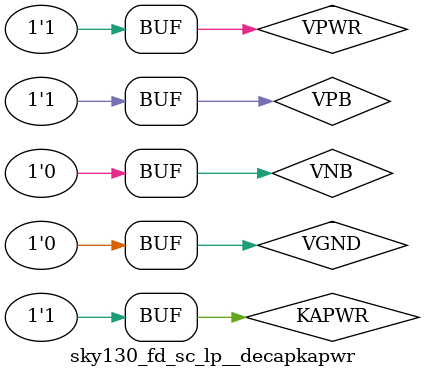
<source format=v>
/*
 * Copyright 2020 The SkyWater PDK Authors
 *
 * Licensed under the Apache License, Version 2.0 (the "License");
 * you may not use this file except in compliance with the License.
 * You may obtain a copy of the License at
 *
 *     https://www.apache.org/licenses/LICENSE-2.0
 *
 * Unless required by applicable law or agreed to in writing, software
 * distributed under the License is distributed on an "AS IS" BASIS,
 * WITHOUT WARRANTIES OR CONDITIONS OF ANY KIND, either express or implied.
 * See the License for the specific language governing permissions and
 * limitations under the License.
 *
 * SPDX-License-Identifier: Apache-2.0
*/


`ifndef SKY130_FD_SC_LP__DECAPKAPWR_TIMING_V
`define SKY130_FD_SC_LP__DECAPKAPWR_TIMING_V

/**
 * decapkapwr: Decoupling capacitance filler on keep-alive rail.
 *
 * Verilog simulation timing model.
 */

`timescale 1ns / 1ps
`default_nettype none

`celldefine
module sky130_fd_sc_lp__decapkapwr ();

    // Module supplies
    supply1 KAPWR;
    supply1 VPWR ;
    supply0 VGND ;
    supply1 VPB  ;
    supply0 VNB  ;
     // No contents.
endmodule
`endcelldefine

`default_nettype wire
`endif  // SKY130_FD_SC_LP__DECAPKAPWR_TIMING_V

</source>
